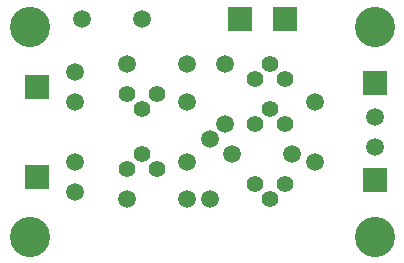
<source format=gbs>
G04 Output by ViewMate Deluxe V11.0.9  PentaLogix LLC*
G04 Sun May 11 19:10:48 2014*
%FSLAX33Y33*%
%MOMM*%
%IPPOS*%
%ADD100C,1.5113*%
%ADD101R,2.0041X2.0041*%
%ADD102C,1.4122*%
%ADD103C,3.4036*%

%LPD*%
X0Y0D2*D100*G1X27559Y15070D3*X32639Y13800D3*X32639Y11260D3*X27559Y9990D3*X25654Y10625D3*X20574Y10625D3*X7239Y15070D3*X7239Y17610D3*X11684Y18245D3*X7874Y22055D3*X12954Y22055D3*X19939Y18245D3*X16764Y18245D3*X16764Y15070D3*X19939Y13165D3*X18669Y11895D3*X16764Y9990D3*X18669Y6815D3*X16764Y6815D3*X11684Y6815D3*X7239Y9990D3*X7239Y7450D3*D101*X32639Y8402D3*X4064Y8720D3*X4064Y16340D3*X21209Y22055D3*X25019Y22055D3*X32639Y16657D3*D102*X14224Y9355D3*X11684Y9355D3*X12954Y10625D3*X11684Y15705D3*X12954Y14435D3*X14224Y15705D3*X22479Y16975D3*X23749Y18245D3*X25019Y16975D3*X25019Y13165D3*X23749Y14435D3*X22479Y13165D3*X22479Y8085D3*X23749Y6815D3*X25019Y8085D3*D103*X32639Y3640D3*X32639Y21420D3*X3429Y21420D3*X3429Y3640D3*X0Y0D2*M02*
</source>
